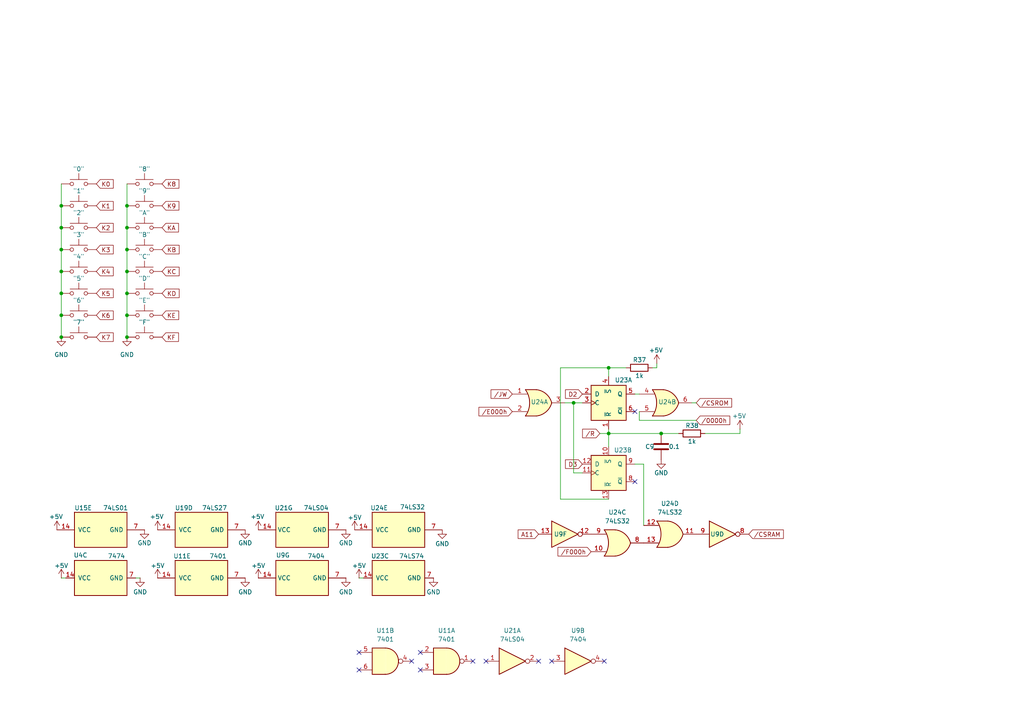
<source format=kicad_sch>
(kicad_sch (version 20231120) (generator "eeschema") (generator_version "8.0")
  (paper "A4")
  (lib_symbols
    (symbol "74xx:74LS01" (pin_names (offset 1.016))
      (property "Reference" "U" (at 0 1.27 0))
      (property "Value" "74LS01" (at 0 -1.27 0))
      (symbol "74LS01_1_1"
        (arc (start 0 -3.81) (mid 3.7934 0) (end 0 3.81) (stroke (width 0.254)) (fill (type background)))
        (polyline (pts (xy 0 3.81) (xy -3.81 3.81) (xy -3.81 -3.81) (xy 0 -3.81)) (stroke (width 0.254)) (fill (type background)))
        (pin open_collector inverted (at 7.62 0 180) (length 3.81) (name "~") (number "1"))
        (pin input line (at -7.62 2.54 0) (length 3.81) (name "~") (number "2"))
        (pin input line (at -7.62 -2.54 0) (length 3.81) (name "~") (number "3"))
      )
      (symbol "74LS01_1_2"
        (arc (start -3.81 -3.81) (mid -2.589 0) (end -3.81 3.81) (stroke (width 0.254)))
        (arc (start -0.6096 -3.81) (mid 2.1842 -2.5851) (end 3.81 0) (stroke (width 0.254)) (fill (type background)))
        (polyline (pts (xy -3.81 -3.81) (xy -0.635 -3.81)) (stroke (width 0.254)) (fill (type background)))
        (polyline (pts (xy -3.81 3.81) (xy -0.635 3.81)) (stroke (width 0.254)) (fill (type background)))
        (polyline (pts (xy -0.635 3.81) (xy -3.81 3.81) (xy -3.81 3.81) (xy -3.556 3.4036) (xy -3.0226 2.2606) (xy -2.6924 1.0414) (xy -2.6162 -0.254) (xy -2.7686 -1.4986) (xy -3.175 -2.7178) (xy -3.81 -3.81) (xy -3.81 -3.81) (xy -0.635 -3.81)) (stroke (width -25.4)) (fill (type background)))
        (arc (start 3.81 0) (mid 2.1915 2.5936) (end -0.6096 3.81) (stroke (width 0.254)) (fill (type background)))
        (pin open_collector line (at 7.62 0 180) (length 3.81) (name "~") (number "1"))
        (pin input inverted (at -7.62 2.54 0) (length 4.318) (name "~") (number "2"))
        (pin input inverted (at -7.62 -2.54 0) (length 4.318) (name "~") (number "3"))
      )
      (symbol "74LS01_2_1"
        (arc (start 0 -3.81) (mid 3.7934 0) (end 0 3.81) (stroke (width 0.254)) (fill (type background)))
        (polyline (pts (xy 0 3.81) (xy -3.81 3.81) (xy -3.81 -3.81) (xy 0 -3.81)) (stroke (width 0.254)) (fill (type background)))
        (pin open_collector inverted (at 7.62 0 180) (length 3.81) (name "~") (number "4"))
        (pin input line (at -7.62 2.54 0) (length 3.81) (name "~") (number "5"))
        (pin input line (at -7.62 -2.54 0) (length 3.81) (name "~") (number "6"))
      )
      (symbol "74LS01_2_2"
        (arc (start -3.81 -3.81) (mid -2.589 0) (end -3.81 3.81) (stroke (width 0.254)))
        (arc (start -0.6096 -3.81) (mid 2.1842 -2.5851) (end 3.81 0) (stroke (width 0.254)) (fill (type background)))
        (polyline (pts (xy -3.81 -3.81) (xy -0.635 -3.81)) (stroke (width 0.254)) (fill (type background)))
        (polyline (pts (xy -3.81 3.81) (xy -0.635 3.81)) (stroke (width 0.254)) (fill (type background)))
        (polyline (pts (xy -0.635 3.81) (xy -3.81 3.81) (xy -3.81 3.81) (xy -3.556 3.4036) (xy -3.0226 2.2606) (xy -2.6924 1.0414) (xy -2.6162 -0.254) (xy -2.7686 -1.4986) (xy -3.175 -2.7178) (xy -3.81 -3.81) (xy -3.81 -3.81) (xy -0.635 -3.81)) (stroke (width -25.4)) (fill (type background)))
        (arc (start 3.81 0) (mid 2.1915 2.5936) (end -0.6096 3.81) (stroke (width 0.254)) (fill (type background)))
        (pin open_collector line (at 7.62 0 180) (length 3.81) (name "~") (number "4"))
        (pin input inverted (at -7.62 2.54 0) (length 4.318) (name "~") (number "5"))
        (pin input inverted (at -7.62 -2.54 0) (length 4.318) (name "~") (number "6"))
      )
      (symbol "74LS01_3_1"
        (arc (start 0 -3.81) (mid 3.7934 0) (end 0 3.81) (stroke (width 0.254)) (fill (type background)))
        (polyline (pts (xy 0 3.81) (xy -3.81 3.81) (xy -3.81 -3.81) (xy 0 -3.81)) (stroke (width 0.254)) (fill (type background)))
        (pin open_collector inverted (at 7.62 0 180) (length 3.81) (name "~") (number "10"))
        (pin input line (at -7.62 2.54 0) (length 3.81) (name "~") (number "8"))
        (pin input line (at -7.62 -2.54 0) (length 3.81) (name "~") (number "9"))
      )
      (symbol "74LS01_3_2"
        (arc (start -3.81 -3.81) (mid -2.589 0) (end -3.81 3.81) (stroke (width 0.254)))
        (arc (start -0.6096 -3.81) (mid 2.1842 -2.5851) (end 3.81 0) (stroke (width 0.254)) (fill (type background)))
        (polyline (pts (xy -3.81 -3.81) (xy -0.635 -3.81)) (stroke (width 0.254)) (fill (type background)))
        (polyline (pts (xy -3.81 3.81) (xy -0.635 3.81)) (stroke (width 0.254)) (fill (type background)))
        (polyline (pts (xy -0.635 3.81) (xy -3.81 3.81) (xy -3.81 3.81) (xy -3.556 3.4036) (xy -3.0226 2.2606) (xy -2.6924 1.0414) (xy -2.6162 -0.254) (xy -2.7686 -1.4986) (xy -3.175 -2.7178) (xy -3.81 -3.81) (xy -3.81 -3.81) (xy -0.635 -3.81)) (stroke (width -25.4)) (fill (type background)))
        (arc (start 3.81 0) (mid 2.1915 2.5936) (end -0.6096 3.81) (stroke (width 0.254)) (fill (type background)))
        (pin open_collector line (at 7.62 0 180) (length 3.81) (name "~") (number "10"))
        (pin input inverted (at -7.62 2.54 0) (length 4.318) (name "~") (number "8"))
        (pin input inverted (at -7.62 -2.54 0) (length 4.318) (name "~") (number "9"))
      )
      (symbol "74LS01_4_1"
        (arc (start 0 -3.81) (mid 3.7934 0) (end 0 3.81) (stroke (width 0.254)) (fill (type background)))
        (polyline (pts (xy 0 3.81) (xy -3.81 3.81) (xy -3.81 -3.81) (xy 0 -3.81)) (stroke (width 0.254)) (fill (type background)))
        (pin input line (at -7.62 2.54 0) (length 3.81) (name "~") (number "11"))
        (pin input line (at -7.62 -2.54 0) (length 3.81) (name "~") (number "12"))
        (pin open_collector inverted (at 7.62 0 180) (length 3.81) (name "~") (number "13"))
      )
      (symbol "74LS01_4_2"
        (arc (start -3.81 -3.81) (mid -2.589 0) (end -3.81 3.81) (stroke (width 0.254)))
        (arc (start -0.6096 -3.81) (mid 2.1842 -2.5851) (end 3.81 0) (stroke (width 0.254)) (fill (type background)))
        (polyline (pts (xy -3.81 -3.81) (xy -0.635 -3.81)) (stroke (width 0.254)) (fill (type background)))
        (polyline (pts (xy -3.81 3.81) (xy -0.635 3.81)) (stroke (width 0.254)) (fill (type background)))
        (polyline (pts (xy -0.635 3.81) (xy -3.81 3.81) (xy -3.81 3.81) (xy -3.556 3.4036) (xy -3.0226 2.2606) (xy -2.6924 1.0414) (xy -2.6162 -0.254) (xy -2.7686 -1.4986) (xy -3.175 -2.7178) (xy -3.81 -3.81) (xy -3.81 -3.81) (xy -0.635 -3.81)) (stroke (width -25.4)) (fill (type background)))
        (arc (start 3.81 0) (mid 2.1915 2.5936) (end -0.6096 3.81) (stroke (width 0.254)) (fill (type background)))
        (pin input inverted (at -7.62 2.54 0) (length 4.318) (name "~") (number "11"))
        (pin input inverted (at -7.62 -2.54 0) (length 4.318) (name "~") (number "12"))
        (pin open_collector line (at 7.62 0 180) (length 3.81) (name "~") (number "13"))
      )
      (symbol "74LS01_5_0"
        (pin power_in line (at 0 12.7 270) (length 5.08) (name "VCC") (number "14"))
        (pin power_in line (at 0 -12.7 90) (length 5.08) (name "GND") (number "7"))
      )
      (symbol "74LS01_5_1"
        (rectangle (start -5.08 7.62) (end 5.08 -7.62) (stroke (width 0.254)) (fill (type background)))
      )
    )
    (symbol "74xx:74LS04"
      (property "Reference" "U" (at 0 1.27 0))
      (property "Value" "74LS04" (at 0 -1.27 0))
      (symbol "74LS04_1_0"
        (polyline (pts (xy -3.81 3.81) (xy -3.81 -3.81) (xy 3.81 0) (xy -3.81 3.81)) (stroke (width 0.254)) (fill (type background)))
        (pin input line (at -7.62 0 0) (length 3.81) (name "~") (number "1"))
        (pin output inverted (at 7.62 0 180) (length 3.81) (name "~") (number "2"))
      )
      (symbol "74LS04_2_0"
        (polyline (pts (xy -3.81 3.81) (xy -3.81 -3.81) (xy 3.81 0) (xy -3.81 3.81)) (stroke (width 0.254)) (fill (type background)))
        (pin input line (at -7.62 0 0) (length 3.81) (name "~") (number "3"))
        (pin output inverted (at 7.62 0 180) (length 3.81) (name "~") (number "4"))
      )
      (symbol "74LS04_3_0"
        (polyline (pts (xy -3.81 3.81) (xy -3.81 -3.81) (xy 3.81 0) (xy -3.81 3.81)) (stroke (width 0.254)) (fill (type background)))
        (pin input line (at -7.62 0 0) (length 3.81) (name "~") (number "5"))
        (pin output inverted (at 7.62 0 180) (length 3.81) (name "~") (number "6"))
      )
      (symbol "74LS04_4_0"
        (polyline (pts (xy -3.81 3.81) (xy -3.81 -3.81) (xy 3.81 0) (xy -3.81 3.81)) (stroke (width 0.254)) (fill (type background)))
        (pin output inverted (at 7.62 0 180) (length 3.81) (name "~") (number "8"))
        (pin input line (at -7.62 0 0) (length 3.81) (name "~") (number "9"))
      )
      (symbol "74LS04_5_0"
        (polyline (pts (xy -3.81 3.81) (xy -3.81 -3.81) (xy 3.81 0) (xy -3.81 3.81)) (stroke (width 0.254)) (fill (type background)))
        (pin output inverted (at 7.62 0 180) (length 3.81) (name "~") (number "10"))
        (pin input line (at -7.62 0 0) (length 3.81) (name "~") (number "11"))
      )
      (symbol "74LS04_6_0"
        (polyline (pts (xy -3.81 3.81) (xy -3.81 -3.81) (xy 3.81 0) (xy -3.81 3.81)) (stroke (width 0.254)) (fill (type background)))
        (pin output inverted (at 7.62 0 180) (length 3.81) (name "~") (number "12"))
        (pin input line (at -7.62 0 0) (length 3.81) (name "~") (number "13"))
      )
      (symbol "74LS04_7_0"
        (pin power_in line (at 0 12.7 270) (length 5.08) (name "VCC") (number "14"))
        (pin power_in line (at 0 -12.7 90) (length 5.08) (name "GND") (number "7"))
      )
      (symbol "74LS04_7_1"
        (rectangle (start -5.08 7.62) (end 5.08 -7.62) (stroke (width 0.254)) (fill (type background)))
      )
    )
    (symbol "74xx:74LS27" (pin_names (offset 1.016))
      (property "Reference" "U" (at 0 1.27 0))
      (property "Value" "74LS27" (at 0 -1.27 0))
      (symbol "74LS27_1_1"
        (arc (start -3.81 -3.81) (mid -2.589 0) (end -3.81 3.81) (stroke (width 0.254)))
        (arc (start -0.6096 -3.81) (mid 2.1842 -2.5851) (end 3.81 0) (stroke (width 0.254)) (fill (type background)))
        (polyline (pts (xy -3.81 -3.81) (xy -0.635 -3.81)) (stroke (width 0.254)) (fill (type background)))
        (polyline (pts (xy -3.81 3.81) (xy -0.635 3.81)) (stroke (width 0.254)) (fill (type background)))
        (polyline (pts (xy -0.635 3.81) (xy -3.81 3.81) (xy -3.81 3.81) (xy -3.556 3.4036) (xy -3.0226 2.2606) (xy -2.6924 1.0414) (xy -2.6162 -0.254) (xy -2.7686 -1.4986) (xy -3.175 -2.7178) (xy -3.81 -3.81) (xy -3.81 -3.81) (xy -0.635 -3.81)) (stroke (width -25.4)) (fill (type background)))
        (arc (start 3.81 0) (mid 2.1915 2.5936) (end -0.6096 3.81) (stroke (width 0.254)) (fill (type background)))
        (pin input line (at -7.62 2.54 0) (length 4.318) (name "~") (number "1"))
        (pin output inverted (at 7.62 0 180) (length 3.81) (name "~") (number "12"))
        (pin input line (at -7.62 -2.54 0) (length 4.318) (name "~") (number "13"))
        (pin input line (at -7.62 0 0) (length 4.953) (name "~") (number "2"))
      )
      (symbol "74LS27_1_2"
        (arc (start 0 -3.81) (mid 3.7934 0) (end 0 3.81) (stroke (width 0.254)) (fill (type background)))
        (polyline (pts (xy 0 3.81) (xy -3.81 3.81) (xy -3.81 -3.81) (xy 0 -3.81)) (stroke (width 0.254)) (fill (type background)))
        (pin input inverted (at -7.62 2.54 0) (length 3.81) (name "~") (number "1"))
        (pin output line (at 7.62 0 180) (length 3.81) (name "~") (number "12"))
        (pin input inverted (at -7.62 -2.54 0) (length 3.81) (name "~") (number "13"))
        (pin input inverted (at -7.62 0 0) (length 3.81) (name "~") (number "2"))
      )
      (symbol "74LS27_2_1"
        (arc (start -3.81 -3.81) (mid -2.589 0) (end -3.81 3.81) (stroke (width 0.254)))
        (arc (start -0.6096 -3.81) (mid 2.1842 -2.5851) (end 3.81 0) (stroke (width 0.254)) (fill (type background)))
        (polyline (pts (xy -3.81 -3.81) (xy -0.635 -3.81)) (stroke (width 0.254)) (fill (type background)))
        (polyline (pts (xy -3.81 3.81) (xy -0.635 3.81)) (stroke (width 0.254)) (fill (type background)))
        (polyline (pts (xy -0.635 3.81) (xy -3.81 3.81) (xy -3.81 3.81) (xy -3.556 3.4036) (xy -3.0226 2.2606) (xy -2.6924 1.0414) (xy -2.6162 -0.254) (xy -2.7686 -1.4986) (xy -3.175 -2.7178) (xy -3.81 -3.81) (xy -3.81 -3.81) (xy -0.635 -3.81)) (stroke (width -25.4)) (fill (type background)))
        (arc (start 3.81 0) (mid 2.1915 2.5936) (end -0.6096 3.81) (stroke (width 0.254)) (fill (type background)))
        (pin input line (at -7.62 2.54 0) (length 4.318) (name "~") (number "3"))
        (pin input line (at -7.62 0 0) (length 4.953) (name "~") (number "4"))
        (pin input line (at -7.62 -2.54 0) (length 4.318) (name "~") (number "5"))
        (pin output inverted (at 7.62 0 180) (length 3.81) (name "~") (number "6"))
      )
      (symbol "74LS27_2_2"
        (arc (start 0 -3.81) (mid 3.7934 0) (end 0 3.81) (stroke (width 0.254)) (fill (type background)))
        (polyline (pts (xy 0 3.81) (xy -3.81 3.81) (xy -3.81 -3.81) (xy 0 -3.81)) (stroke (width 0.254)) (fill (type background)))
        (pin input inverted (at -7.62 2.54 0) (length 3.81) (name "~") (number "3"))
        (pin input inverted (at -7.62 0 0) (length 3.81) (name "~") (number "4"))
        (pin input inverted (at -7.62 -2.54 0) (length 3.81) (name "~") (number "5"))
        (pin output line (at 7.62 0 180) (length 3.81) (name "~") (number "6"))
      )
      (symbol "74LS27_3_1"
        (arc (start -3.81 -3.81) (mid -2.589 0) (end -3.81 3.81) (stroke (width 0.254)))
        (arc (start -0.6096 -3.81) (mid 2.1842 -2.5851) (end 3.81 0) (stroke (width 0.254)) (fill (type background)))
        (polyline (pts (xy -3.81 -3.81) (xy -0.635 -3.81)) (stroke (width 0.254)) (fill (type background)))
        (polyline (pts (xy -3.81 3.81) (xy -0.635 3.81)) (stroke (width 0.254)) (fill (type background)))
        (polyline (pts (xy -0.635 3.81) (xy -3.81 3.81) (xy -3.81 3.81) (xy -3.556 3.4036) (xy -3.0226 2.2606) (xy -2.6924 1.0414) (xy -2.6162 -0.254) (xy -2.7686 -1.4986) (xy -3.175 -2.7178) (xy -3.81 -3.81) (xy -3.81 -3.81) (xy -0.635 -3.81)) (stroke (width -25.4)) (fill (type background)))
        (arc (start 3.81 0) (mid 2.1915 2.5936) (end -0.6096 3.81) (stroke (width 0.254)) (fill (type background)))
        (pin input line (at -7.62 0 0) (length 4.953) (name "~") (number "10"))
        (pin input line (at -7.62 -2.54 0) (length 4.318) (name "~") (number "11"))
        (pin output inverted (at 7.62 0 180) (length 3.81) (name "~") (number "8"))
        (pin input line (at -7.62 2.54 0) (length 4.318) (name "~") (number "9"))
      )
      (symbol "74LS27_3_2"
        (arc (start 0 -3.81) (mid 3.7934 0) (end 0 3.81) (stroke (width 0.254)) (fill (type background)))
        (polyline (pts (xy 0 3.81) (xy -3.81 3.81) (xy -3.81 -3.81) (xy 0 -3.81)) (stroke (width 0.254)) (fill (type background)))
        (pin input inverted (at -7.62 0 0) (length 3.81) (name "~") (number "10"))
        (pin input inverted (at -7.62 -2.54 0) (length 3.81) (name "~") (number "11"))
        (pin output line (at 7.62 0 180) (length 3.81) (name "~") (number "8"))
        (pin input inverted (at -7.62 2.54 0) (length 3.81) (name "~") (number "9"))
      )
      (symbol "74LS27_4_0"
        (pin power_in line (at 0 12.7 270) (length 5.08) (name "VCC") (number "14"))
        (pin power_in line (at 0 -12.7 90) (length 5.08) (name "GND") (number "7"))
      )
      (symbol "74LS27_4_1"
        (rectangle (start -5.08 7.62) (end 5.08 -7.62) (stroke (width 0.254)) (fill (type background)))
      )
    )
    (symbol "74xx:74LS32" (pin_names (offset 1.016))
      (property "Reference" "U" (at 0 1.27 0))
      (property "Value" "74LS32" (at 0 -1.27 0))
      (symbol "74LS32_1_1"
        (arc (start -3.81 -3.81) (mid -2.589 0) (end -3.81 3.81) (stroke (width 0.254)))
        (arc (start -0.6096 -3.81) (mid 2.1842 -2.5851) (end 3.81 0) (stroke (width 0.254)) (fill (type background)))
        (polyline (pts (xy -3.81 -3.81) (xy -0.635 -3.81)) (stroke (width 0.254)) (fill (type background)))
        (polyline (pts (xy -3.81 3.81) (xy -0.635 3.81)) (stroke (width 0.254)) (fill (type background)))
        (polyline (pts (xy -0.635 3.81) (xy -3.81 3.81) (xy -3.81 3.81) (xy -3.556 3.4036) (xy -3.0226 2.2606) (xy -2.6924 1.0414) (xy -2.6162 -0.254) (xy -2.7686 -1.4986) (xy -3.175 -2.7178) (xy -3.81 -3.81) (xy -3.81 -3.81) (xy -0.635 -3.81)) (stroke (width -25.4)) (fill (type background)))
        (arc (start 3.81 0) (mid 2.1915 2.5936) (end -0.6096 3.81) (stroke (width 0.254)) (fill (type background)))
        (pin input line (at -7.62 2.54 0) (length 4.318) (name "~") (number "1"))
        (pin input line (at -7.62 -2.54 0) (length 4.318) (name "~") (number "2"))
        (pin output line (at 7.62 0 180) (length 3.81) (name "~") (number "3"))
      )
      (symbol "74LS32_1_2"
        (arc (start 0 -3.81) (mid 3.7934 0) (end 0 3.81) (stroke (width 0.254)) (fill (type background)))
        (polyline (pts (xy 0 3.81) (xy -3.81 3.81) (xy -3.81 -3.81) (xy 0 -3.81)) (stroke (width 0.254)) (fill (type background)))
        (pin input inverted (at -7.62 2.54 0) (length 3.81) (name "~") (number "1"))
        (pin input inverted (at -7.62 -2.54 0) (length 3.81) (name "~") (number "2"))
        (pin output inverted (at 7.62 0 180) (length 3.81) (name "~") (number "3"))
      )
      (symbol "74LS32_2_1"
        (arc (start -3.81 -3.81) (mid -2.589 0) (end -3.81 3.81) (stroke (width 0.254)))
        (arc (start -0.6096 -3.81) (mid 2.1842 -2.5851) (end 3.81 0) (stroke (width 0.254)) (fill (type background)))
        (polyline (pts (xy -3.81 -3.81) (xy -0.635 -3.81)) (stroke (width 0.254)) (fill (type background)))
        (polyline (pts (xy -3.81 3.81) (xy -0.635 3.81)) (stroke (width 0.254)) (fill (type background)))
        (polyline (pts (xy -0.635 3.81) (xy -3.81 3.81) (xy -3.81 3.81) (xy -3.556 3.4036) (xy -3.0226 2.2606) (xy -2.6924 1.0414) (xy -2.6162 -0.254) (xy -2.7686 -1.4986) (xy -3.175 -2.7178) (xy -3.81 -3.81) (xy -3.81 -3.81) (xy -0.635 -3.81)) (stroke (width -25.4)) (fill (type background)))
        (arc (start 3.81 0) (mid 2.1915 2.5936) (end -0.6096 3.81) (stroke (width 0.254)) (fill (type background)))
        (pin input line (at -7.62 2.54 0) (length 4.318) (name "~") (number "4"))
        (pin input line (at -7.62 -2.54 0) (length 4.318) (name "~") (number "5"))
        (pin output line (at 7.62 0 180) (length 3.81) (name "~") (number "6"))
      )
      (symbol "74LS32_2_2"
        (arc (start 0 -3.81) (mid 3.7934 0) (end 0 3.81) (stroke (width 0.254)) (fill (type background)))
        (polyline (pts (xy 0 3.81) (xy -3.81 3.81) (xy -3.81 -3.81) (xy 0 -3.81)) (stroke (width 0.254)) (fill (type background)))
        (pin input inverted (at -7.62 2.54 0) (length 3.81) (name "~") (number "4"))
        (pin input inverted (at -7.62 -2.54 0) (length 3.81) (name "~") (number "5"))
        (pin output inverted (at 7.62 0 180) (length 3.81) (name "~") (number "6"))
      )
      (symbol "74LS32_3_1"
        (arc (start -3.81 -3.81) (mid -2.589 0) (end -3.81 3.81) (stroke (width 0.254)))
        (arc (start -0.6096 -3.81) (mid 2.1842 -2.5851) (end 3.81 0) (stroke (width 0.254)) (fill (type background)))
        (polyline (pts (xy -3.81 -3.81) (xy -0.635 -3.81)) (stroke (width 0.254)) (fill (type background)))
        (polyline (pts (xy -3.81 3.81) (xy -0.635 3.81)) (stroke (width 0.254)) (fill (type background)))
        (polyline (pts (xy -0.635 3.81) (xy -3.81 3.81) (xy -3.81 3.81) (xy -3.556 3.4036) (xy -3.0226 2.2606) (xy -2.6924 1.0414) (xy -2.6162 -0.254) (xy -2.7686 -1.4986) (xy -3.175 -2.7178) (xy -3.81 -3.81) (xy -3.81 -3.81) (xy -0.635 -3.81)) (stroke (width -25.4)) (fill (type background)))
        (arc (start 3.81 0) (mid 2.1915 2.5936) (end -0.6096 3.81) (stroke (width 0.254)) (fill (type background)))
        (pin input line (at -7.62 -2.54 0) (length 4.318) (name "~") (number "10"))
        (pin output line (at 7.62 0 180) (length 3.81) (name "~") (number "8"))
        (pin input line (at -7.62 2.54 0) (length 4.318) (name "~") (number "9"))
      )
      (symbol "74LS32_3_2"
        (arc (start 0 -3.81) (mid 3.7934 0) (end 0 3.81) (stroke (width 0.254)) (fill (type background)))
        (polyline (pts (xy 0 3.81) (xy -3.81 3.81) (xy -3.81 -3.81) (xy 0 -3.81)) (stroke (width 0.254)) (fill (type background)))
        (pin input inverted (at -7.62 -2.54 0) (length 3.81) (name "~") (number "10"))
        (pin output inverted (at 7.62 0 180) (length 3.81) (name "~") (number "8"))
        (pin input inverted (at -7.62 2.54 0) (length 3.81) (name "~") (number "9"))
      )
      (symbol "74LS32_4_1"
        (arc (start -3.81 -3.81) (mid -2.589 0) (end -3.81 3.81) (stroke (width 0.254)))
        (arc (start -0.6096 -3.81) (mid 2.1842 -2.5851) (end 3.81 0) (stroke (width 0.254)) (fill (type background)))
        (polyline (pts (xy -3.81 -3.81) (xy -0.635 -3.81)) (stroke (width 0.254)) (fill (type background)))
        (polyline (pts (xy -3.81 3.81) (xy -0.635 3.81)) (stroke (width 0.254)) (fill (type background)))
        (polyline (pts (xy -0.635 3.81) (xy -3.81 3.81) (xy -3.81 3.81) (xy -3.556 3.4036) (xy -3.0226 2.2606) (xy -2.6924 1.0414) (xy -2.6162 -0.254) (xy -2.7686 -1.4986) (xy -3.175 -2.7178) (xy -3.81 -3.81) (xy -3.81 -3.81) (xy -0.635 -3.81)) (stroke (width -25.4)) (fill (type background)))
        (arc (start 3.81 0) (mid 2.1915 2.5936) (end -0.6096 3.81) (stroke (width 0.254)) (fill (type background)))
        (pin output line (at 7.62 0 180) (length 3.81) (name "~") (number "11"))
        (pin input line (at -7.62 2.54 0) (length 4.318) (name "~") (number "12"))
        (pin input line (at -7.62 -2.54 0) (length 4.318) (name "~") (number "13"))
      )
      (symbol "74LS32_4_2"
        (arc (start 0 -3.81) (mid 3.7934 0) (end 0 3.81) (stroke (width 0.254)) (fill (type background)))
        (polyline (pts (xy 0 3.81) (xy -3.81 3.81) (xy -3.81 -3.81) (xy 0 -3.81)) (stroke (width 0.254)) (fill (type background)))
        (pin output inverted (at 7.62 0 180) (length 3.81) (name "~") (number "11"))
        (pin input inverted (at -7.62 2.54 0) (length 3.81) (name "~") (number "12"))
        (pin input inverted (at -7.62 -2.54 0) (length 3.81) (name "~") (number "13"))
      )
      (symbol "74LS32_5_0"
        (pin power_in line (at 0 12.7 270) (length 5.08) (name "VCC") (number "14"))
        (pin power_in line (at 0 -12.7 90) (length 5.08) (name "GND") (number "7"))
      )
      (symbol "74LS32_5_1"
        (rectangle (start -5.08 7.62) (end 5.08 -7.62) (stroke (width 0.254)) (fill (type background)))
      )
    )
    (symbol "74xx:74LS74" (pin_names (offset 1.016))
      (property "Reference" "U" (at -7.62 8.89 0))
      (property "Value" "74LS74" (at -7.62 -8.89 0))
      (symbol "74LS74_1_0"
        (pin input line (at 0 -7.62 90) (length 2.54) (name "~{R}") (number "1"))
        (pin input line (at -7.62 2.54 0) (length 2.54) (name "D") (number "2"))
        (pin input clock (at -7.62 0 0) (length 2.54) (name "C") (number "3"))
        (pin input line (at 0 7.62 270) (length 2.54) (name "~{S}") (number "4"))
        (pin output line (at 7.62 2.54 180) (length 2.54) (name "Q") (number "5"))
        (pin output line (at 7.62 -2.54 180) (length 2.54) (name "~{Q}") (number "6"))
      )
      (symbol "74LS74_1_1"
        (rectangle (start -5.08 5.08) (end 5.08 -5.08) (stroke (width 0.254)) (fill (type background)))
      )
      (symbol "74LS74_2_0"
        (pin input line (at 0 7.62 270) (length 2.54) (name "~{S}") (number "10"))
        (pin input clock (at -7.62 0 0) (length 2.54) (name "C") (number "11"))
        (pin input line (at -7.62 2.54 0) (length 2.54) (name "D") (number "12"))
        (pin input line (at 0 -7.62 90) (length 2.54) (name "~{R}") (number "13"))
        (pin output line (at 7.62 -2.54 180) (length 2.54) (name "~{Q}") (number "8"))
        (pin output line (at 7.62 2.54 180) (length 2.54) (name "Q") (number "9"))
      )
      (symbol "74LS74_2_1"
        (rectangle (start -5.08 5.08) (end 5.08 -5.08) (stroke (width 0.254)) (fill (type background)))
      )
      (symbol "74LS74_3_0"
        (pin power_in line (at 0 10.16 270) (length 2.54) (name "VCC") (number "14"))
        (pin power_in line (at 0 -10.16 90) (length 2.54) (name "GND") (number "7"))
      )
      (symbol "74LS74_3_1"
        (rectangle (start -5.08 7.62) (end 5.08 -7.62) (stroke (width 0.254)) (fill (type background)))
      )
    )
    (symbol "Device:C" (pin_numbers hide) (pin_names (offset 0.254))
      (property "Reference" "C" (at 0.635 2.54 0))
      (property "Value" "C" (at 0.635 -2.54 0))
      (symbol "C_0_1"
        (polyline (pts (xy -2.032 -0.762) (xy 2.032 -0.762)) (stroke (width 0.508)))
        (polyline (pts (xy -2.032 0.762) (xy 2.032 0.762)) (stroke (width 0.508)))
      )
      (symbol "C_1_1"
        (pin passive line (at 0 3.81 270) (length 2.794) (name "~") (number "1"))
        (pin passive line (at 0 -3.81 90) (length 2.794) (name "~") (number "2"))
      )
    )
    (symbol "Device:R" (pin_numbers hide) (pin_names (offset 0))
      (property "Reference" "R" (at 2.032 0 90))
      (property "Value" "R" (at 0 0 90))
      (symbol "R_0_1"
        (rectangle (start -1.016 -2.54) (end 1.016 2.54) (stroke (width 0.254)))
      )
      (symbol "R_1_1"
        (pin passive line (at 0 3.81 270) (length 1.27) (name "~") (number "1"))
        (pin passive line (at 0 -3.81 90) (length 1.27) (name "~") (number "2"))
      )
    )
    (symbol "Switch:SW_Push" (pin_numbers hide) (pin_names (offset 1.016) hide)
      (property "Reference" "SW" (at 1.27 2.54 0))
      (property "Value" "SW_Push" (at 0 -1.524 0))
      (symbol "SW_Push_0_1"
        (circle (center -2.032 0) (radius 0.508))
        (polyline (pts (xy 0 1.27) (xy 0 3.048)))
        (polyline (pts (xy 2.54 1.27) (xy -2.54 1.27)))
        (circle (center 2.032 0) (radius 0.508))
        (pin passive line (at -5.08 0 0) (length 2.54) (name "1") (number "1"))
        (pin passive line (at 5.08 0 180) (length 2.54) (name "2") (number "2"))
      )
    )
    (symbol "power:+5V" (power) (pin_numbers hide) (pin_names (offset 0) hide)
      (property "Value" "+5V" (at 0 3.556 0))
      (symbol "+5V_0_1"
        (polyline (pts (xy -0.762 1.27) (xy 0 2.54)))
        (polyline (pts (xy 0 0) (xy 0 2.54)))
        (polyline (pts (xy 0 2.54) (xy 0.762 1.27)))
      )
      (symbol "+5V_1_1"
        (pin power_in line (at 0 0 90) (length 0) (name "~") (number "1"))
      )
    )
    (symbol "power:GND" (power) (pin_numbers hide) (pin_names (offset 0) hide)
      (property "Value" "GND" (at 0 -3.81 0))
      (symbol "GND_0_1"
        (polyline (pts (xy 0 0) (xy 0 -1.27) (xy 1.27 -1.27) (xy 0 -2.54) (xy -1.27 -1.27) (xy 0 -1.27)))
      )
      (symbol "GND_1_1"
        (pin power_in line (at 0 0 270) (length 0) (name "~") (number "1"))
      )
    )
  )
  (junction (at 36.83 66.04))
  (junction (at 17.78 66.04))
  (junction (at 17.78 91.44))
  (junction (at 17.78 85.09))
  (junction (at 36.83 97.79))
  (junction (at 176.53 125.73))
  (junction (at 17.78 72.39))
  (junction (at 17.78 78.74))
  (junction (at 17.78 97.79))
  (junction (at 191.77 125.73))
  (junction (at 36.83 91.44))
  (junction (at 17.78 59.69))
  (junction (at 36.83 72.39))
  (junction (at 36.83 78.74))
  (junction (at 36.83 85.09))
  (junction (at 166.37 116.84))
  (junction (at 176.53 106.68))
  (junction (at 36.83 59.69))
  (no_connect (at 184.15 139.7))
  (no_connect (at 184.15 119.38))
  (no_connect (at 121.92 194.31))
  (no_connect (at 104.14 189.23))
  (no_connect (at 119.38 191.77))
  (no_connect (at 156.21 191.77))
  (no_connect (at 104.14 194.31))
  (no_connect (at 121.92 189.23))
  (no_connect (at 140.97 191.77))
  (no_connect (at 160.02 191.77))
  (no_connect (at 137.16 191.77))
  (no_connect (at 175.26 191.77))
  (wire (pts (xy 184.15 114.3) (xy 185.42 114.3)))
  (wire (pts (xy 186.69 134.62) (xy 186.69 152.4)))
  (wire (pts (xy 181.61 106.68) (xy 176.53 106.68)))
  (wire (pts (xy 162.56 144.78) (xy 162.56 106.68)))
  (wire (pts (xy 201.93 121.92) (xy 185.42 121.92)))
  (wire (pts (xy 185.42 121.92) (xy 185.42 119.38)))
  (wire (pts (xy 17.78 78.74) (xy 17.78 85.09)))
  (wire (pts (xy 166.37 116.84) (xy 166.37 137.16)))
  (wire (pts (xy 176.53 124.46) (xy 176.53 125.73)))
  (wire (pts (xy 214.63 125.73) (xy 214.63 124.46)))
  (wire (pts (xy 17.78 59.69) (xy 17.78 66.04)))
  (wire (pts (xy 17.78 72.39) (xy 17.78 78.74)))
  (wire (pts (xy 190.5 105.41) (xy 190.5 106.68)))
  (wire (pts (xy 17.78 53.34) (xy 17.78 59.69)))
  (wire (pts (xy 17.78 85.09) (xy 17.78 91.44)))
  (wire (pts (xy 36.83 78.74) (xy 36.83 85.09)))
  (wire (pts (xy 104.14 167.64) (xy 105.41 167.64)))
  (wire (pts (xy 176.53 125.73) (xy 176.53 129.54)))
  (wire (pts (xy 190.5 106.68) (xy 189.23 106.68)))
  (wire (pts (xy 162.56 106.68) (xy 176.53 106.68)))
  (wire (pts (xy 40.64 167.64) (xy 39.37 167.64)))
  (wire (pts (xy 201.93 116.84) (xy 200.66 116.84)))
  (wire (pts (xy 204.47 125.73) (xy 214.63 125.73)))
  (wire (pts (xy 36.83 66.04) (xy 36.83 72.39)))
  (wire (pts (xy 176.53 125.73) (xy 191.77 125.73)))
  (wire (pts (xy 36.83 59.69) (xy 36.83 66.04)))
  (wire (pts (xy 36.83 85.09) (xy 36.83 91.44)))
  (wire (pts (xy 176.53 144.78) (xy 162.56 144.78)))
  (wire (pts (xy 166.37 137.16) (xy 168.91 137.16)))
  (wire (pts (xy 191.77 125.73) (xy 196.85 125.73)))
  (wire (pts (xy 17.78 66.04) (xy 17.78 72.39)))
  (wire (pts (xy 163.83 116.84) (xy 166.37 116.84)))
  (wire (pts (xy 36.83 72.39) (xy 36.83 78.74)))
  (wire (pts (xy 176.53 106.68) (xy 176.53 109.22)))
  (wire (pts (xy 36.83 53.34) (xy 36.83 59.69)))
  (wire (pts (xy 168.91 116.84) (xy 166.37 116.84)))
  (wire (pts (xy 173.99 125.73) (xy 176.53 125.73)))
  (wire (pts (xy 184.15 134.62) (xy 186.69 134.62)))
  (wire (pts (xy 17.78 91.44) (xy 17.78 97.79)))
  (wire (pts (xy 17.78 167.64) (xy 19.05 167.64)))
  (wire (pts (xy 36.83 91.44) (xy 36.83 97.79)))
  (global_label "K4" (shape input) (at 27.94 78.74 0) (property "Intersheetrefs" "${INTERSHEET_REFS}" (effects (hide yes))))
  (global_label "KC" (shape input) (at 46.99 78.74 0) (property "Intersheetrefs" "${INTERSHEET_REFS}" (effects (hide yes))))
  (global_label "KE" (shape input) (at 46.99 91.44 0) (property "Intersheetrefs" "${INTERSHEET_REFS}" (effects (hide yes))))
  (global_label "KA" (shape input) (at 46.99 66.04 0) (property "Intersheetrefs" "${INTERSHEET_REFS}" (effects (hide yes))))
  (global_label "K2" (shape input) (at 27.94 66.04 0) (property "Intersheetrefs" "${INTERSHEET_REFS}" (effects (hide yes))))
  (global_label "{slash}CSROM" (shape input) (at 201.93 116.84 0) (property "Intersheetrefs" "${INTERSHEET_REFS}" (effects (hide yes))))
  (global_label "A11" (shape input) (at 156.21 154.94 180) (property "Intersheetrefs" "${INTERSHEET_REFS}" (effects (hide yes))))
  (global_label "K0" (shape input) (at 27.94 53.34 0) (property "Intersheetrefs" "${INTERSHEET_REFS}" (effects (hide yes))))
  (global_label "{slash}E000h" (shape input) (at 148.59 119.38 180) (property "Intersheetrefs" "${INTERSHEET_REFS}" (effects (hide yes))))
  (global_label "D2" (shape input) (at 168.91 114.3 180) (property "Intersheetrefs" "${INTERSHEET_REFS}" (effects (hide yes))))
  (global_label "D3" (shape input) (at 168.91 134.62 180) (property "Intersheetrefs" "${INTERSHEET_REFS}" (effects (hide yes))))
  (global_label "K3" (shape input) (at 27.94 72.39 0) (property "Intersheetrefs" "${INTERSHEET_REFS}" (effects (hide yes))))
  (global_label "{slash}JW" (shape input) (at 148.59 114.3 180) (property "Intersheetrefs" "${INTERSHEET_REFS}" (effects (hide yes))))
  (global_label "KD" (shape input) (at 46.99 85.09 0) (property "Intersheetrefs" "${INTERSHEET_REFS}" (effects (hide yes))))
  (global_label "K8" (shape input) (at 46.99 53.34 0) (property "Intersheetrefs" "${INTERSHEET_REFS}" (effects (hide yes))))
  (global_label "KB" (shape input) (at 46.99 72.39 0) (property "Intersheetrefs" "${INTERSHEET_REFS}" (effects (hide yes))))
  (global_label "K9" (shape input) (at 46.99 59.69 0) (property "Intersheetrefs" "${INTERSHEET_REFS}" (effects (hide yes))))
  (global_label "{slash}CSRAM" (shape input) (at 217.17 154.94 0) (property "Intersheetrefs" "${INTERSHEET_REFS}" (effects (hide yes))))
  (global_label "K1" (shape input) (at 27.94 59.69 0) (property "Intersheetrefs" "${INTERSHEET_REFS}" (effects (hide yes))))
  (global_label "K6" (shape input) (at 27.94 91.44 0) (property "Intersheetrefs" "${INTERSHEET_REFS}" (effects (hide yes))))
  (global_label "{slash}R" (shape input) (at 173.99 125.73 180) (property "Intersheetrefs" "${INTERSHEET_REFS}" (effects (hide yes))))
  (global_label "KF" (shape input) (at 46.99 97.79 0) (property "Intersheetrefs" "${INTERSHEET_REFS}" (effects (hide yes))))
  (global_label "K5" (shape input) (at 27.94 85.09 0) (property "Intersheetrefs" "${INTERSHEET_REFS}" (effects (hide yes))))
  (global_label "K7" (shape input) (at 27.94 97.79 0) (property "Intersheetrefs" "${INTERSHEET_REFS}" (effects (hide yes))))
  (global_label "{slash}0000h" (shape input) (at 201.93 121.92 0) (property "Intersheetrefs" "${INTERSHEET_REFS}" (effects (hide yes))))
  (global_label "{slash}F000h" (shape input) (at 171.45 160.02 180) (property "Intersheetrefs" "${INTERSHEET_REFS}" (effects (hide yes))))
  (symbol (lib_id "power:GND") (at 100.33 153.67 0) (unit 1)
    (property "Reference" "#PWR074" (effects (hide yes)))
    (property "Value" "GND" (at 100.33 157.48 0))
    (property "Description" "Power symbol creates a global label with name \"GND\" , ground" (effects (hide yes)))
  )
  (symbol (lib_id "Switch:SW_Push") (at 41.91 66.04 0) (unit 1)
    (property "Reference" "SW13" (effects (hide yes)))
    (property "Value" "\"A\"" (at 41.91 61.722 0))
    (property "Description" "Push button switch, generic, two pins" (effects (hide yes)))
  )
  (symbol (lib_id "Switch:SW_Push") (at 41.91 85.09 0) (unit 1)
    (property "Reference" "SW16" (effects (hide yes)))
    (property "Value" "\"D\"" (at 41.91 80.772 0))
    (property "Description" "Push button switch, generic, two pins" (effects (hide yes)))
  )
  (symbol (lib_id "74xx:74LS04") (at 87.63 167.64 90) (unit 7)
    (property "Reference" "U9" (at 82.042 161.036 90))
    (property "Value" "7404" (at 91.694 161.29 90))
    (property "Datasheet" "http://www.ti.com/lit/gpn/sn74LS04" (effects (hide yes)))
    (property "Description" "Hex Inverter" (effects (hide yes)))
  )
  (symbol (lib_id "power:GND") (at 40.64 167.64 0) (unit 1)
    (property "Reference" "#PWR041" (effects (hide yes)))
    (property "Value" "GND" (at 40.64 171.704 0))
    (property "Description" "Power symbol creates a global label with name \"GND\" , ground" (effects (hide yes)))
  )
  (symbol (lib_id "power:GND") (at 71.12 153.67 0) (unit 1)
    (property "Reference" "#PWR061" (effects (hide yes)))
    (property "Value" "GND" (at 71.12 157.48 0))
    (property "Description" "Power symbol creates a global label with name \"GND\" , ground" (effects (hide yes)))
  )
  (symbol (lib_id "power:GND") (at 36.83 97.79 0) (unit 1)
    (property "Reference" "#PWR049" (effects (hide yes)))
    (property "Value" "GND" (at 36.83 102.87 0))
    (property "Description" "Power symbol creates a global label with name \"GND\" , ground" (effects (hide yes)))
  )
  (symbol (lib_id "Switch:SW_Push") (at 22.86 53.34 0) (unit 1)
    (property "Reference" "SW3" (effects (hide yes)))
    (property "Value" "\"0\"" (at 22.86 49.022 0))
    (property "Description" "Push button switch, generic, two pins" (effects (hide yes)))
  )
  (symbol (lib_id "power:GND") (at 128.27 153.67 0) (unit 1)
    (property "Reference" "#PWR077" (effects (hide yes)))
    (property "Value" "GND" (at 128.27 157.734 0))
    (property "Description" "Power symbol creates a global label with name \"GND\" , ground" (effects (hide yes)))
  )
  (symbol (lib_id "74xx:74LS01") (at 129.54 191.77 0) (unit 1)
    (property "Reference" "U11" (at 129.5317 182.88 0))
    (property "Value" "7401" (at 129.5317 185.42 0))
    (property "Datasheet" "http://www.nteinc.com/specs/7400to7499/pdf/nte74LS01.pdf" (effects (hide yes)))
    (property "Description" "quad 2-input NAND gate, open collector outputs NRND" (effects (hide yes)))
  )
  (symbol (lib_id "74xx:74LS74") (at 115.57 167.64 90) (unit 3)
    (property "Reference" "U23" (at 110.236 161.29 90))
    (property "Value" "74LS74" (at 119.38 161.29 90))
    (property "Footprint" "Package_DIP:DIP-14_W7.62mm_LongPads" (effects (hide yes)))
    (property "Datasheet" "74xx/74hc_hct74.pdf" (effects (hide yes)))
    (property "Description" "Dual D Flip-flop, Set & Reset" (effects (hide yes)))
  )
  (symbol (lib_id "Switch:SW_Push") (at 22.86 72.39 0) (unit 1)
    (property "Reference" "SW6" (effects (hide yes)))
    (property "Value" "\"3\"" (at 22.86 68.072 0))
    (property "Description" "Push button switch, generic, two pins" (effects (hide yes)))
  )
  (symbol (lib_id "74xx:74LS04") (at 148.59 191.77 0) (unit 1)
    (property "Reference" "U21" (at 148.59 182.88 0))
    (property "Value" "74LS04" (at 148.59 185.42 0))
    (property "Footprint" "Package_DIP:DIP-14_W7.62mm_LongPads" (effects (hide yes)))
    (property "Datasheet" "http://www.ti.com/lit/gpn/sn74LS04" (effects (hide yes)))
    (property "Description" "Hex Inverter" (effects (hide yes)))
  )
  (symbol (lib_id "Switch:SW_Push") (at 41.91 53.34 0) (unit 1)
    (property "Reference" "SW11" (effects (hide yes)))
    (property "Value" "\"8\"" (at 41.91 49.022 0))
    (property "Description" "Push button switch, generic, two pins" (effects (hide yes)))
  )
  (symbol (lib_id "74xx:74LS32") (at 156.21 116.84 0) (unit 1)
    (property "Reference" "U24" (at 156.464 116.586 0))
    (property "Value" "74LS32" (effects (hide yes)))
    (property "Footprint" "Package_DIP:DIP-14_W7.62mm_LongPads" (effects (hide yes)))
    (property "Datasheet" "http://www.ti.com/lit/gpn/sn74LS32" (effects (hide yes)))
    (property "Description" "Quad 2-input OR" (effects (hide yes)))
  )
  (symbol (lib_id "74xx:74LS74") (at 176.53 116.84 0) (unit 1)
    (property "Reference" "U23" (at 178.308 110.236 0) (effects (justify left)))
    (property "Value" "74LS74" (effects (hide yes)))
    (property "Footprint" "Package_DIP:DIP-14_W7.62mm_LongPads" (effects (hide yes)))
    (property "Datasheet" "74xx/74hc_hct74.pdf" (effects (hide yes)))
    (property "Description" "Dual D Flip-flop, Set & Reset" (effects (hide yes)))
  )
  (symbol (lib_id "power:+5V") (at 45.72 167.64 0) (unit 1)
    (property "Reference" "#PWR022" (effects (hide yes)))
    (property "Value" "+5V" (at 45.72 164.084 0))
    (property "Description" "Power symbol creates a global label with name \"+5V\"" (effects (hide yes)))
  )
  (symbol (lib_id "Switch:SW_Push") (at 41.91 91.44 0) (unit 1)
    (property "Reference" "SW17" (effects (hide yes)))
    (property "Value" "\"E\"" (at 41.91 87.122 0))
    (property "Description" "Push button switch, generic, two pins" (effects (hide yes)))
  )
  (symbol (lib_id "74xx:74LS32") (at 115.57 153.67 90) (unit 5)
    (property "Reference" "U24" (at 109.982 147.32 90))
    (property "Value" "74LS32" (at 119.634 147.066 90))
    (property "Footprint" "Package_DIP:DIP-14_W7.62mm_LongPads" (effects (hide yes)))
    (property "Datasheet" "http://www.ti.com/lit/gpn/sn74LS32" (effects (hide yes)))
    (property "Description" "Quad 2-input OR" (effects (hide yes)))
  )
  (symbol (lib_id "Switch:SW_Push") (at 41.91 72.39 0) (unit 1)
    (property "Reference" "SW14" (effects (hide yes)))
    (property "Value" "\"B\"" (at 41.91 68.072 0))
    (property "Description" "Push button switch, generic, two pins" (effects (hide yes)))
  )
  (symbol (lib_id "power:+5V") (at 190.5 105.41 0) (unit 1)
    (property "Reference" "#PWR081" (effects (hide yes)))
    (property "Value" "+5V" (at 190.246 101.6 0))
    (property "Description" "Power symbol creates a global label with name \"+5V\"" (effects (hide yes)))
  )
  (symbol (lib_id "power:GND") (at 100.33 167.64 0) (unit 1)
    (property "Reference" "#PWR043" (effects (hide yes)))
    (property "Value" "GND" (at 100.33 171.704 0))
    (property "Description" "Power symbol creates a global label with name \"GND\" , ground" (effects (hide yes)))
  )
  (symbol (lib_id "power:GND") (at 125.73 167.64 0) (unit 1)
    (property "Reference" "#PWR075" (effects (hide yes)))
    (property "Value" "GND" (at 125.73 171.704 0))
    (property "Description" "Power symbol creates a global label with name \"GND\" , ground" (effects (hide yes)))
  )
  (symbol (lib_id "74xx:74LS32") (at 179.07 157.48 0) (unit 3)
    (property "Reference" "U24" (at 179.07 148.59 0))
    (property "Value" "74LS32" (at 179.07 151.13 0))
    (property "Footprint" "Package_DIP:DIP-14_W7.62mm_LongPads" (effects (hide yes)))
    (property "Datasheet" "http://www.ti.com/lit/gpn/sn74LS32" (effects (hide yes)))
    (property "Description" "Quad 2-input OR" (effects (hide yes)))
  )
  (symbol (lib_id "power:GND") (at 41.91 153.67 0) (unit 1)
    (property "Reference" "#PWR060" (effects (hide yes)))
    (property "Value" "GND" (at 41.91 157.48 0))
    (property "Description" "Power symbol creates a global label with name \"GND\" , ground" (effects (hide yes)))
  )
  (symbol (lib_id "74xx:74LS01") (at 111.76 191.77 0) (unit 2)
    (property "Reference" "U11" (at 111.7517 182.88 0))
    (property "Value" "7401" (at 111.7517 185.42 0))
    (property "Datasheet" "http://www.nteinc.com/specs/7400to7499/pdf/nte74LS01.pdf" (effects (hide yes)))
    (property "Description" "quad 2-input NAND gate, open collector outputs NRND" (effects (hide yes)))
  )
  (symbol (lib_id "74xx:74LS32") (at 194.31 154.94 0) (unit 4)
    (property "Reference" "U24" (at 194.31 146.05 0))
    (property "Value" "74LS32" (at 194.31 148.59 0))
    (property "Footprint" "Package_DIP:DIP-14_W7.62mm_LongPads" (effects (hide yes)))
    (property "Datasheet" "http://www.ti.com/lit/gpn/sn74LS32" (effects (hide yes)))
    (property "Description" "Quad 2-input OR" (effects (hide yes)))
  )
  (symbol (lib_id "Switch:SW_Push") (at 22.86 66.04 0) (unit 1)
    (property "Reference" "SW5" (effects (hide yes)))
    (property "Value" "\"2\"" (at 22.86 61.722 0))
    (property "Description" "Push button switch, generic, two pins" (effects (hide yes)))
  )
  (symbol (lib_id "power:GND") (at 71.12 167.64 0) (unit 1)
    (property "Reference" "#PWR042" (effects (hide yes)))
    (property "Value" "GND" (at 71.12 171.704 0))
    (property "Description" "Power symbol creates a global label with name \"GND\" , ground" (effects (hide yes)))
  )
  (symbol (lib_id "power:GND") (at 191.77 133.35 0) (unit 1)
    (property "Reference" "#PWR079" (effects (hide yes)))
    (property "Value" "GND" (at 191.77 137.16 0))
    (property "Description" "Power symbol creates a global label with name \"GND\" , ground" (effects (hide yes)))
  )
  (symbol (lib_id "Switch:SW_Push") (at 41.91 78.74 0) (unit 1)
    (property "Reference" "SW15" (effects (hide yes)))
    (property "Value" "\"C\"" (at 41.91 74.422 0))
    (property "Description" "Push button switch, generic, two pins" (effects (hide yes)))
  )
  (symbol (lib_id "Switch:SW_Push") (at 41.91 97.79 0) (unit 1)
    (property "Reference" "SW18" (effects (hide yes)))
    (property "Value" "\"F\"" (at 41.91 93.472 0))
    (property "Description" "Push button switch, generic, two pins" (effects (hide yes)))
  )
  (symbol (lib_id "74xx:74LS32") (at 193.04 116.84 0) (unit 2)
    (property "Reference" "U24" (at 193.548 116.586 0))
    (property "Value" "74LS32" (effects (hide yes)))
    (property "Footprint" "Package_DIP:DIP-14_W7.62mm_LongPads" (effects (hide yes)))
    (property "Datasheet" "http://www.ti.com/lit/gpn/sn74LS32" (effects (hide yes)))
    (property "Description" "Quad 2-input OR" (effects (hide yes)))
  )
  (symbol (lib_id "Switch:SW_Push") (at 22.86 59.69 0) (unit 1)
    (property "Reference" "SW4" (effects (hide yes)))
    (property "Value" "\"1\"" (at 22.86 55.372 0))
    (property "Description" "Push button switch, generic, two pins" (effects (hide yes)))
  )
  (symbol (lib_id "power:+5V") (at 74.93 167.64 0) (unit 1)
    (property "Reference" "#PWR023" (effects (hide yes)))
    (property "Value" "+5V" (at 74.93 164.084 0))
    (property "Description" "Power symbol creates a global label with name \"+5V\"" (effects (hide yes)))
  )
  (symbol (lib_id "74xx:74LS74") (at 176.53 137.16 0) (unit 2)
    (property "Reference" "U23" (at 178.054 130.556 0) (effects (justify left)))
    (property "Value" "74LS74" (effects (hide yes)))
    (property "Footprint" "Package_DIP:DIP-14_W7.62mm_LongPads" (effects (hide yes)))
    (property "Datasheet" "74xx/74hc_hct74.pdf" (effects (hide yes)))
    (property "Description" "Dual D Flip-flop, Set & Reset" (effects (hide yes)))
  )
  (symbol (lib_id "74xx:74LS27") (at 58.42 153.67 90) (unit 4)
    (property "Reference" "U19" (at 53.34 147.32 90))
    (property "Value" "74LS27" (at 62.23 147.32 90))
    (property "Datasheet" "http://www.ti.com/lit/gpn/sn74LS27" (effects (hide yes)))
    (property "Description" "Triple 3-input NOR" (effects (hide yes)))
  )
  (symbol (lib_id "74xx:74LS04") (at 87.63 153.67 90) (unit 7)
    (property "Reference" "U21" (at 82.296 147.32 90))
    (property "Value" "74LS04" (at 91.694 147.32 90))
    (property "Footprint" "Package_DIP:DIP-14_W7.62mm_LongPads" (effects (hide yes)))
    (property "Datasheet" "http://www.ti.com/lit/gpn/sn74LS04" (effects (hide yes)))
    (property "Description" "Hex Inverter" (effects (hide yes)))
  )
  (symbol (lib_id "74xx:74LS01") (at 58.42 167.64 90) (unit 5)
    (property "Reference" "U11" (at 52.832 161.29 90))
    (property "Value" "7401" (at 63.246 161.29 90))
    (property "Datasheet" "http://www.nteinc.com/specs/7400to7499/pdf/nte74LS01.pdf" (effects (hide yes)))
    (property "Description" "quad 2-input NAND gate, open collector outputs NRND" (effects (hide yes)))
  )
  (symbol (lib_id "74xx:74LS04") (at 209.55 154.94 0) (unit 4)
    (property "Reference" "U9" (at 208.026 154.94 0))
    (property "Value" "7404" (effects (hide yes)))
    (property "Datasheet" "http://www.ti.com/lit/gpn/sn74LS04" (effects (hide yes)))
    (property "Description" "Hex Inverter" (effects (hide yes)))
  )
  (symbol (lib_id "Switch:SW_Push") (at 22.86 85.09 0) (unit 1)
    (property "Reference" "SW8" (effects (hide yes)))
    (property "Value" "\"5\"" (at 22.86 80.772 0))
    (property "Description" "Push button switch, generic, two pins" (effects (hide yes)))
  )
  (symbol (lib_id "74xx:74LS04") (at 167.64 191.77 0) (unit 2)
    (property "Reference" "U9" (at 167.64 182.88 0))
    (property "Value" "7404" (at 167.64 185.42 0))
    (property "Datasheet" "http://www.ti.com/lit/gpn/sn74LS04" (effects (hide yes)))
    (property "Description" "Hex Inverter" (effects (hide yes)))
  )
  (symbol (lib_id "power:+5V") (at 45.72 153.67 0) (unit 1)
    (property "Reference" "#PWR065" (effects (hide yes)))
    (property "Value" "+5V" (at 45.466 149.86 0))
    (property "Description" "Power symbol creates a global label with name \"+5V\"" (effects (hide yes)))
  )
  (symbol (lib_id "Switch:SW_Push") (at 22.86 91.44 0) (unit 1)
    (property "Reference" "SW9" (effects (hide yes)))
    (property "Value" "\"6\"" (at 22.86 87.122 0))
    (property "Description" "Push button switch, generic, two pins" (effects (hide yes)))
  )
  (symbol (lib_id "power:GND") (at 17.78 97.79 0) (unit 1)
    (property "Reference" "#PWR050" (effects (hide yes)))
    (property "Value" "GND" (at 17.78 102.87 0))
    (property "Description" "Power symbol creates a global label with name \"GND\" , ground" (effects (hide yes)))
  )
  (symbol (lib_id "power:+5V") (at 74.93 153.67 0) (unit 1)
    (property "Reference" "#PWR073" (effects (hide yes)))
    (property "Value" "+5V" (at 74.676 149.86 0))
    (property "Description" "Power symbol creates a global label with name \"+5V\"" (effects (hide yes)))
  )
  (symbol (lib_id "Switch:SW_Push") (at 22.86 78.74 0) (unit 1)
    (property "Reference" "SW7" (effects (hide yes)))
    (property "Value" "\"4\"" (at 22.86 74.422 0))
    (property "Description" "Push button switch, generic, two pins" (effects (hide yes)))
  )
  (symbol (lib_id "Device:R") (at 200.66 125.73 90) (unit 1)
    (property "Reference" "R38" (at 202.692 123.444 90) (effects (justify left)))
    (property "Value" "1k" (at 201.93 128.016 90) (effects (justify left)))
    (property "Footprint" "Resistor_THT:R_Axial_DIN0204_L3.6mm_D1.6mm_P5.08mm_Horizontal" (effects (hide yes)))
    (property "Description" "Resistor" (effects (hide yes)))
  )
  (symbol (lib_id "power:+5V") (at 16.51 153.67 0) (unit 1)
    (property "Reference" "#PWR064" (effects (hide yes)))
    (property "Value" "+5V" (at 16.256 149.86 0))
    (property "Description" "Power symbol creates a global label with name \"+5V\"" (effects (hide yes)))
  )
  (symbol (lib_id "Switch:SW_Push") (at 41.91 59.69 0) (unit 1)
    (property "Reference" "SW12" (effects (hide yes)))
    (property "Value" "\"9\"" (at 41.91 55.372 0))
    (property "Description" "Push button switch, generic, two pins" (effects (hide yes)))
  )
  (symbol (lib_id "74xx:74LS74") (at 29.21 167.64 90) (unit 3)
    (property "Reference" "U4" (at 23.368 161.036 90))
    (property "Value" "7474" (at 33.782 161.29 90))
    (property "Footprint" "Package_DIP:DIP-14_W7.62mm" (effects (hide yes)))
    (property "Datasheet" "74xx/74hc_hct74.pdf" (effects (hide yes)))
    (property "Description" "Dual D Flip-flop, Set & Reset" (effects (hide yes)))
  )
  (symbol (lib_id "power:+5V") (at 214.63 124.46 0) (unit 1)
    (property "Reference" "#PWR080" (effects (hide yes)))
    (property "Value" "+5V" (at 214.376 120.65 0))
    (property "Description" "Power symbol creates a global label with name \"+5V\"" (effects (hide yes)))
  )
  (symbol (lib_id "Switch:SW_Push") (at 22.86 97.79 0) (unit 1)
    (property "Reference" "SW10" (effects (hide yes)))
    (property "Value" "\"7\"" (at 22.86 93.472 0))
    (property "Description" "Push button switch, generic, two pins" (effects (hide yes)))
  )
  (symbol (lib_id "74xx:74LS04") (at 163.83 154.94 0) (unit 6)
    (property "Reference" "U9" (at 162.56 154.94 0))
    (property "Value" "7404" (effects (hide yes)))
    (property "Datasheet" "http://www.ti.com/lit/gpn/sn74LS04" (effects (hide yes)))
    (property "Description" "Hex Inverter" (effects (hide yes)))
  )
  (symbol (lib_id "power:+5V") (at 102.87 153.67 0) (unit 1)
    (property "Reference" "#PWR078" (effects (hide yes)))
    (property "Value" "+5V" (at 102.87 150.114 0))
    (property "Description" "Power symbol creates a global label with name \"+5V\"" (effects (hide yes)))
  )
  (symbol (lib_id "power:+5V") (at 17.78 167.64 0) (unit 1)
    (property "Reference" "#PWR040" (effects (hide yes)))
    (property "Value" "+5V" (at 17.78 164.084 0))
    (property "Description" "Power symbol creates a global label with name \"+5V\"" (effects (hide yes)))
  )
  (symbol (lib_id "Device:R") (at 185.42 106.68 90) (unit 1)
    (property "Reference" "R37" (at 187.452 104.394 90) (effects (justify left)))
    (property "Value" "1k" (at 186.69 108.966 90) (effects (justify left)))
    (property "Footprint" "Resistor_THT:R_Axial_DIN0204_L3.6mm_D1.6mm_P5.08mm_Horizontal" (effects (hide yes)))
    (property "Description" "Resistor" (effects (hide yes)))
  )
  (symbol (lib_id "power:+5V") (at 104.14 167.64 0) (unit 1)
    (property "Reference" "#PWR076" (effects (hide yes)))
    (property "Value" "+5V" (at 104.14 164.084 0))
    (property "Description" "Power symbol creates a global label with name \"+5V\"" (effects (hide yes)))
  )
  (symbol (lib_id "Device:C") (at 191.77 129.54 180) (unit 1)
    (property "Reference" "C9" (at 188.468 129.54 0))
    (property "Value" "0.1" (at 195.58 129.54 0))
    (property "Footprint" "Capacitor_THT:C_Radial_D5.0mm_H5.0mm_P2.00mm" (effects (hide yes)))
    (property "Description" "Unpolarized capacitor" (effects (hide yes)))
  )
  (symbol (lib_id "74xx:74LS01") (at 29.21 153.67 90) (unit 5)
    (property "Reference" "U15" (at 24.13 147.32 90))
    (property "Value" "74LS01" (at 33.528 147.32 90))
    (property "Datasheet" "http://www.nteinc.com/specs/7400to7499/pdf/nte74LS01.pdf" (effects (hide yes)))
    (property "Description" "quad 2-input NAND gate, open collector outputs NRND" (effects (hide yes)))
  )
)
</source>
